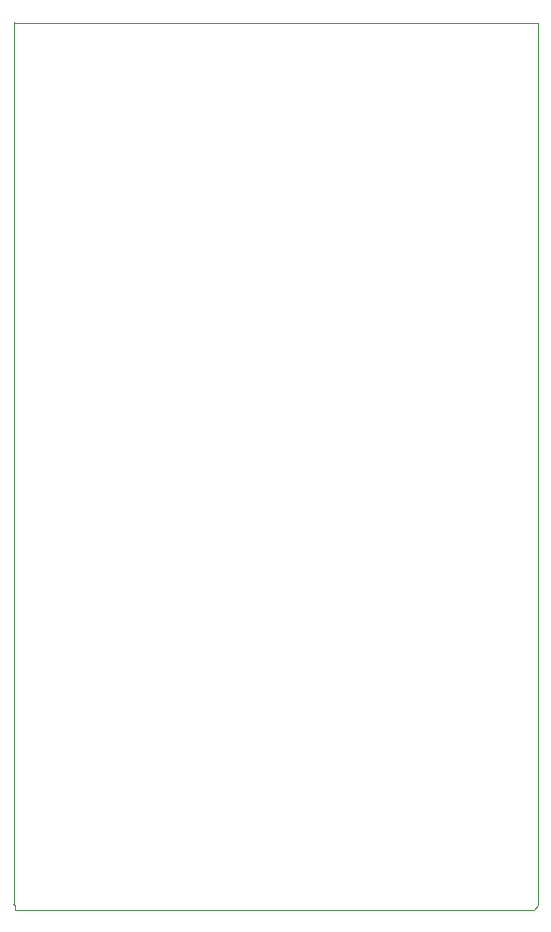
<source format=gbr>
%FSTAX23Y23*%
%MOIN*%
%SFA1B1*%

%IPPOS*%
%ADD51C,0.001000*%
%LN+-10v_stepdir_colorlight_profile-1*%
%LPD*%
G54D51*
X-00048Y-00019D02*
Y02923D01*
X-00045Y0292*
X017*
Y-0002*
X01685Y-00035*
X-00045*
Y-0002*
X-0005Y-00015*
X-00048Y-00019*
M02*
</source>
